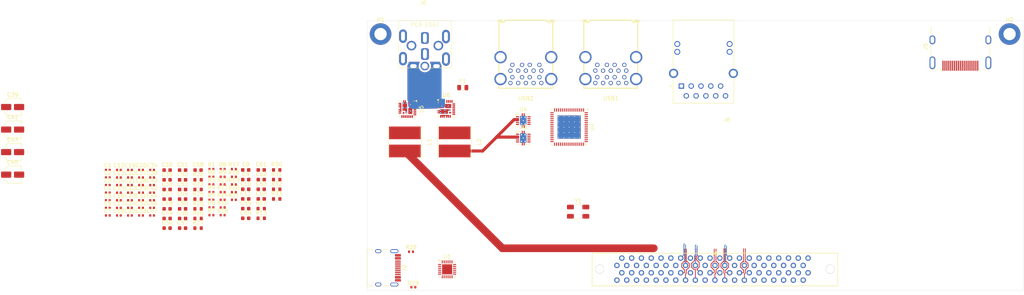
<source format=kicad_pcb>
(kicad_pcb (version 20241229) (generator "pcbnew") (generator_version "9.0")
  (layers (0 "F.Cu" signal) (2 "B.Cu" signal) (13 "F.Paste" user) (15 "B.Paste" user) (5 "F.SilkS" user "F.Silkscreen") (7 "B.SilkS" user "B.Silkscreen") (1 "F.Mask" user) (3 "B.Mask" user) (25 "Edge.Cuts" user))
  (net 0 "")
  (net 1 "Net-(U2-USB_SSTXP_UP)")
  (net 2 "USBUP_3_TX_P")
  (net 3 "USBUP_3_TX_N")
  (net 4 "Net-(U2-USB_SSTXM_UP)")
  (net 5 "5V")
  (net 6 "USB0_3_TX_N")
  (net 7 "USB0_3_TX_P")
  (net 8 "USB1_3_TX_N")
  (net 9 "USB1_3_TX_P")
  (net 10 "USB2_3_TX_N")
  (net 11 "USB2_3_TX_P")
  (net 12 "USB3_3_TX_N")
  (net 13 "USB3_3_TX_P")
  (net 14 "SHIELD0")
  (net 15 "SHIELD1")
  (net 16 "Net-(U2-GRSTz)")
  (net 17 "Net-(C21-Pad2)")
  (net 18 "Net-(C22-Pad2)")
  (net 19 "3V3")
  (net 20 "1V1")
  (net 21 "5V_USB_2")
  (net 22 "5V_USB_3")
  (net 23 "5V_USB_0")
  (net 24 "5V_USB_1")
  (net 25 "Net-(U1-VDD)")
  (net 26 "Net-(U1-VIO)")
  (net 27 "PGOOD")
  (net 28 "Net-(U5-V_{DRV})")
  (net 29 "Net-(C50-Pad2)")
  (net 30 "Net-(C51-Pad2)")
  (net 31 "Net-(C55-Pad2)")
  (net 32 "Net-(U5-BOOT)")
  (net 33 "VBUS_VIN")
  (net 34 "USB_UART_N")
  (net 35 "USB_UART_P")
  (net 36 "CC1")
  (net 37 "CC2")
  (net 38 "LAN_TX_P")
  (net 39 "LAN_BI_DC_P")
  (net 40 "Net-(J6-PadL1)")
  (net 41 "LAN_RX_N")
  (net 42 "LAN_3V3")
  (net 43 "LAN_TX_N")
  (net 44 "LAN_BI_DD_P")
  (net 45 "Net-(J6-PadL3)")
  (net 46 "LAN_RX_P")
  (net 47 "LAN_BI_DD_N")
  (net 48 "LAN_BI_DC_N")
  (net 50 "PW_DC_SIGNAL")
  (net 51 "HDMI_HPD")
  (net 52 "Net-(U2-USB_VBUS)")
  (net 53 "Net-(U2-FULLPWRMGMTz{slash}SMBA1{slash}SS_UP)")
  (net 54 "Net-(U2-GANGED{slash}SMBA2{slash}HS_UP)")
  (net 55 "BATEN0")
  (net 56 "BATEN1")
  (net 57 "BATEN2")
  (net 58 "BATEN3")
  (net 59 "Net-(U2-USB_R1)")
  (net 60 "Net-(U2-TEST)")
  (net 61 "Net-(U2-AUTOENz{slash}HS_SUSPEND)")
  (net 62 "Net-(U4-ILM)")
  (net 63 "Net-(U3-ILM)")
  (net 64 "LAN_LED")
  (net 65 "LED_1000")
  (net 66 "Net-(U5-MODE1)")
  (net 67 "Net-(U5-MODE2)")
  (net 68 "Net-(U5-FB)")
  (net 69 "Net-(U5-P_{GOOD})")
  (net 70 "Net-(U5-PHASE)")
  (net 73 "UART_RX")
  (net 80 "UART_TX")
  (net 88 "USB_UART_5V")
  (net 90 "USB0_N")
  (net 91 "USBUP_N")
  (net 92 "USB0_P")
  (net 93 "USB1_3_RX_P")
  (net 94 "USBUP_P")
  (net 95 "OVERCURRENT3")
  (net 96 "USB3_P")
  (net 97 "USB2_N")
  (net 98 "USB2_P")
  (net 101 "OVERCURRENT2")
  (net 102 "USB0_3_RX_N")
  (net 103 "USB1_P")
  (net 104 "USB3_3_RX_P")
  (net 105 "USBUP_3_RX_N")
  (net 106 "USB3_3_RX_N")
  (net 107 "USB2_3_RX_N")
  (net 108 "XI_24")
  (net 109 "USB0_3_RX_P")
  (net 110 "USB1_N")
  (net 112 "OVERCURRENT1")
  (net 113 "OVERCURRENT0")
  (net 114 "USB3_N")
  (net 115 "USBUP_3_RX_P")
  (net 116 "USB2_3_RX_P")
  (net 118 "USB1_3_RX_N")
  (net 120 "Net-(L1-Pad1)")
  (net 122 "EN")
  (net 125 "Net-(USB1-StdA_SSTX1-)")
  (net 126 "Net-(USB1-StdA_SSTX1+)")
  (net 127 "Net-(USB1-StdA_SSTX2-)")
  (net 128 "Net-(USB1-StdA_SSTX2+)")
  (net 129 "Net-(USB2-StdA_SSTX1-)")
  (net 130 "Net-(USB2-StdA_SSTX1+)")
  (net 131 "Net-(USB2-StdA_SSTX2-)")
  (net 132 "Net-(USB2-StdA_SSTX2+)")
  (net 133 "HDMI_DATA0_N")
  (net 134 "AUDIO_O_L")
  (net 135 "AUDIO_IN_L")
  (net 136 "Net-(J1-Pad12)")
  (net 138 "PWR_SW")
  (net 140 "HDMI_DATA1_N")
  (net 142 "PWR_LED")
  (net 143 "LAN_ACK")
  (net 144 "HDMI_SCL")
  (net 145 "HDMI_SDA")
  (net 146 "HDMI_DATA2_N")
  (net 147 "HDMI_DATA1_P")
  (net 148 "PB_DETECT")
  (net 149 "AUDIO_O_R")
  (net 150 "HDMI_DATA0_R")
  (net 151 "HDMI_CLK_P")
  (net 152 "AUDIO_IN_R")
  (net 153 "HDMI_CLK_N")
  (net 154 "HDMI_DATA2_P")
  (net 161 "Net-(USB1-GND1)")
  (net 162 "Net-(USB2-GND1)")
  (net 163 "20V")
  (net 164 "GND")
  (net 165 "5V_VOUT")
  (net 166 "12V_VOUT")
  (net 167 "Net-(U6-V_{DRV})")
  (net 168 "Net-(C59-Pad2)")
  (net 169 "Net-(C60-Pad2)")
  (net 170 "Net-(U6-BOOT)")
  (net 171 "Net-(C61-Pad2)")
  (net 172 "Net-(L2-Pad1)")
  (net 173 "Net-(U6-P_{GOOD})")
  (net 174 "Net-(U6-MODE1)")
  (net 175 "Net-(U6-MODE2)")
  (net 176 "Net-(U6-PHASE)")
  (net 177 "Net-(U6-FB)")
  (footprint "Capacitor_SMD:C_0603_1608Metric" (layer "F.Cu") (at 89.065 83.31)
    (property "Reference" "C59")
    (property "Value" "4.7uF")
  )
  (footprint "Capacitor_SMD:C_0603_1608Metric" (layer "F.Cu") (at 76.71 73.32)
    (property "Reference" "C58")
    (property "Value" "100nF")
  )
  (footprint "Connector_Video:HDMI_A_Molex_208658-1001_Horizontal" (layer "F.Cu") (at 274.25 42.935 90)
    (property "Reference" "J5")
    (property "Value" "HDMI_A")
  )
  (footprint "Capacitor_SMD:C_0402_1005Metric" (layer "F.Cu") (at 61.93 81.14)
    (property "Reference" "C31")
    (property "Value" "0.1uF")
  )
  (footprint "Capacitor_SMD:C_0402_1005Metric" (layer "F.Cu") (at 64.8 85.08)
    (property "Reference" "C47")
    (property "Value" "100nF")
  )
  (footprint "Capacitor_SMD:C_Elec_4x5.4" (layer "F.Cu") (at 28.66 74.49)
    (property "Reference" "C45")
    (property "Value" "150uF")
  )
  (footprint "Capacitor_SMD:C_0603_1608Metric" (layer "F.Cu") (at 89.065 73.27)
    (property "Reference" "C8")
    (property "Value" "1uF")
  )
  (footprint "Package_SON:VSON-10-1EP_3x3mm_P0.5mm_EP1.65x2.4mm_ThermalVias" (layer "F.Cu") (at 160.975 65)
    (property "Reference" "U3")
    (property "Value" "TPS2561")
  )
  (footprint "Resistor_SMD:R_0603_1608Metric" (layer "F.Cu") (at 76.71 78.34)
    (property "Reference" "R23")
    (property "Value" "499k")
  )
  (footprint "Resistor_SMD:R_0603_1608Metric" (layer "F.Cu") (at 93.075 83.31)
    (property "Reference" "R12")
    (property "Value" "10k")
  )
  (footprint "Inductor_SMD:L_TDK_VLP8040" (layer "F.Cu") (at 143.2 66 -90)
    (property "Reference" "L2")
    (property "Value" "1.5uH")
  )
  (footprint "Resistor_SMD:R_0402_1005Metric" (layer "F.Cu") (at 85.99 81.02)
    (property "Reference" "R21")
    (property "Value" "1.2k")
  )
  (footprint "Capacitor_SMD:C_0603_1608Metric" (layer "F.Cu") (at 68.69 83.36)
    (property "Reference" "C48")
    (property "Value" "4.7uF")
  )
  (footprint "Resistor_SMD:R_0402_1005Metric" (layer "F.Cu") (at 83.08 73.06)
    (property "Reference" "R8")
    (property "Value" "4.7k")
  )
  (footprint "Capacitor_SMD:C_0402_1005Metric" (layer "F.Cu") (at 61.93 79.17)
    (property "Reference" "C29")
    (property "Value" "0.1uF")
  )
  (footprint "Capacitor_SMD:C_0603_1608Metric" (layer "F.Cu") (at 72.7 88.38)
    (property "Reference" "C57")
    (property "Value" "22uF")
  )
  (footprint "Connector_USB:USB_C_Receptacle_HRO_TYPE-C-31-M-12" (layer "F.Cu") (at 124.45 98.68 -90)
    (property "Reference" "J2")
    (property "Value" "USB_DEBUG")
  )
  (footprint "Resistor_SMD:R_0402_1005Metric" (layer "F.Cu") (at 80.17 75.05)
    (property "Reference" "R2")
    (property "Value" "90.9k")
  )
  (footprint "MountingHole:MountingHole_3.2mm_M3_DIN965_Pad" (layer "F.Cu") (at 124 38)
    (property "Reference" "H1")
    (property "Value" "MH_LEFT")
  )
  (footprint "Capacitor_SMD:C_0603_1608Metric" (layer "F.Cu") (at 72.7 85.87)
    (property "Reference" "C56")
    (property "Value" "22uF")
  )
  (footprint "Capacitor_SMD:C_0603_1608Metric" (layer "F.Cu") (at 93.075 80.8)
    (property "Reference" "C64")
    (property "Value" "47uF")
  )
  (footprint "Capacitor_SMD:C_0402_1005Metric" (layer "F.Cu") (at 64.8 73.26)
    (property "Reference" "C34")
    (property "Value" "0.1uF")
  )
  (footprint "Capacitor_SMD:C_0603_1608Metric" (layer "F.Cu") (at 89.065 78.29)
    (property "Reference" "C10")
    (property "Value" "22uF")
  )
  (footprint "Capacitor_SMD:C_0603_1608Metric" (layer "F.Cu") (at 72.7 83.36)
    (property "Reference" "C55")
    (property "Value" "0.1uF")
  )
  (footprint "Capacitor_SMD:C_0402_1005Metric" (layer "F.Cu") (at 61.93 75.23)
    (property "Reference" "C27")
    (property "Value" "0.1uF")
  )
  (footprint "Capacitor_SMD:C_0603_1608Metric" (layer "F.Cu") (at 68.69 75.83)
    (property "Reference" "C35")
    (property "Value" "10uF")
  )
  (footprint "Resistor_SMD:R_0402_1005Metric" (layer "F.Cu") (at 80.17 81.02)
    (property "Reference" "R5")
    (property "Value" "4.7k")
  )
  (footprint "Capacitor_SMD:C_0603_1608Metric" (layer "F.Cu") (at 89.065 75.78)
    (property "Reference" "C9")
    (property "Value" "100nF")
  )
  (footprint "Capacitor_SMD:C_0402_1005Metric" (layer "F.Cu") (at 53.32 73.26)
    (property "Reference" "C1")
    (property "Value" "0.1uF")
  )
  (footprint "Package_DFN_QFN:QFN-24-1EP_4x4mm_P0.5mm_EP2.6x2.6mm" (layer "F.Cu") (at 141.25 99.0625)
    (property "Reference" "U1")
    (property "Value" "CP2102N")
  )
  (footprint "Capacitor_SMD:C_0402_1005Metric" (layer "F.Cu") (at 64.8 77.2)
    (property "Reference" "C40")
    (property "Value" "0.1uF")
  )
  (footprint "Capacitor_SMD:C_0603_1608Metric" (layer "F.Cu") (at 93.075 78.29)
    (property "Reference" "C63")
    (property "Value" "47uF")
  )
  (footprint "Capacitor_SMD:C_0603_1608Metric" (layer "F.Cu") (at 93.075 75.78)
    (property "Reference" "C62")
    (property "Value" "47uF")
  )
  (footprint "Resistor_SMD:R_0402_1005Metric" (layer "F.Cu") (at 132.5 103.7)
    (property "Reference" "R29")
    (property "Value" "5.6k")
  )
  (footprint "Capacitor_SMD:C_0402_1005Metric" (layer "F.Cu") (at 59.06 73.26)
    (property "Reference" "C19")
    (property "Value" "0.1uF")
  )
  (footprint "Capacitor_SMD:C_0603_1608Metric" (layer "F.Cu") (at 89.065 85.82)
    (property "Reference" "C60")
    (property "Value" "0.1uF")
  )
  (footprint "Capacitor_SMD:C_Elec_4x5.4" (layer "F.Cu") (at 28.66 68.64)
    (property "Reference" "C43")
    (property "Value" "150uF")
  )
  (footprint "Resistor_SMD:R_0402_1005Metric" (layer "F.Cu") (at 80.17 73.06)
    (property "Reference" "R1")
    (property "Value" "1k")
  )
  (footprint "Capacitor_SMD:C_0603_1608Metric" (layer "F.Cu") (at 68.69 85.87)
    (property "Reference" "C49")
    (property "Value" "1uF")
  )
  (footprint "Package_DFN_QFN:QFN-64-1EP_9x9mm_P0.5mm_EP6x6mm_ThermalVias" (layer "F.Cu") (at 172.8625 62.15 -90)
    (property "Reference" "U2")
    (property "Value" "TUSB8041")
  )
  (footprint "Resistor_SMD:R_0603_1608Metric" (layer "F.Cu") (at 97.085 78.29)
    (property "Reference" "R32")
    (property "Value" "10k")
  )
  (footprint "Capacitor_SMD:C_0402_1005Metric" (layer "F.Cu") (at 61.93 83.11)
    (property "Reference" "C32")
    (property "Value" "0.1uF")
  )
  (footprint "Resistor_SMD:R_0603_1608Metric" (layer "F.Cu") (at 93.075 85.82)
    (property "Reference" "R13")
    (property "Value" "100k")
  )
  (footprint "Capacitor_SMD:C_0603_1608Metric" (layer "F.Cu") (at 72.7 78.34)
    (property "Reference" "C53")
    (property "Value" "47uF")
  )
  (footprint "Resistor_SMD:R_0402_1005Metric" (layer "F.Cu") (at 80.17 79.03)
    (property "Reference" "R4")
    (property "Value" "4.7k")
  )
  (footprint "Resistor_SMD:R_0603_1608Metric" (layer "F.Cu") (at 76.71 83.36)
    (property "Reference" "R25")
    (property "Value" "10k")
  )
  (footprint "Resistor_SMD:R_0603_1608Metric" (layer "F.Cu") (at 76.71 75.83)
    (property "Reference" "R22")
    (property "Value" "100k")
  )
  (footprint "Capacitor_SMD:C_0402_1005Metric" (layer "F.Cu") (at 64.8 75.23)
    (property "Reference" "C38")
    (property "Value" "0.1uF")
  )
  (footprint "DC-505:DC-505" (layer "F.Cu") (at 134.988713 30.419361)
    (property "Reference" "J8")
    (property "Value" "DC_IN")
  )
  (footprint "Package_DFN_QFN:Vishay_PowerPAK_MLP44-24L_ThermalVias" (layer "F.Cu") (at 141.0375 57.425)
    (property "Reference" "U6")
    (property "Value" "SIC437A")
  )
  (footprint "Resistor_SMD:R_0603_1608Metric" (layer "F.Cu") (at 97.085 75.78)
    (property "Reference" "R31")
    (property "Value" "2.2r")
  )
  (footprint "Capacitor_SMD:C_0402_1005Metric" (layer "F.Cu") (at 53.32 75.23)
    (property "Reference" "C2")
    (property "Value" "0.1uF")
  )
  (footprint "Resistor_SMD:R_0402_1005Metric" (layer "F.Cu") (at 83.08 85)
    (property "Reference" "R16")
    (property "Value" "4.7k")
  )
  (footprint "Capacitor_SMD:C_0402_1005Metric" (layer "F.Cu") (at 59.06 83.11)
    (property "Reference" "C24")
    (property "Value" "0.1uF")
  )
  (footprint "Capacitor_SMD:C_0402_1005Metric" (layer "F.Cu") (at 59.06 79.17)
    (property "Reference" "C22")
    (property "Value" "1uF")
  )
  (footprint "Resistor_SMD:R_0603_1608Metric" (layer "F.Cu") (at 97.085 73.27)
    (property "Reference" "R30")
    (property "Value" "499k")
  )
  (footprint "Capacitor_SMD:C_0603_1608Metric" (layer "F.Cu") (at 68.69 78.34)
    (property "Reference" "C36")
    (property "Value" "10uF")
  )
  (footprint "Resistor_SMD:R_0603_1608Metric" (layer "F.Cu") (at 76.71 88.38)
    (property "Reference" "R27")
    (property "Value" "2.2r")
  )
  (footprint "Capacitor_SMD:C_0603_1608Metric" (layer "F.Cu") (at 68.69 80.85)
    (property "Reference" "C37")
    (property "Value" "10uF")
  )
  (footprint "Capacitor_SMD:C_0402_1005Metric" (layer "F.Cu") (at 56.19 81.14)
    (property "Reference" "C16")
    (property "Value" "0.1uF")
  )
  (footprint "Capacitor_SMD:C_0603_1608Metric" (layer "F.Cu") (at 93.075 73.27)
    (property "Reference" "C61")
    (property "Value" "47uF")
  )
  (footprint "Capacitor_SMD:C_0402_1005Metric" (layer "F.Cu") (at 56.19 75.23)
    (property "Reference" "C13")
    (property "Value" "0.1uF")
  )
  (footprint "Crystal:Crystal_SMD_Abracon_ABM3B-4Pin_5.0x3.2mm" (layer "F.Cu") (at 175.2 84.1)
    (property "Reference" "Y1")
    (property "Value" "24MHz")
  )
  (footprint "Capacitor_SMD:C_0402_1005Metric" (layer "F.Cu") (at 56.19 77.2)
    (property "Reference" "C14")
    (property "Value" "1000pF")
  )
  (footprint "XUNPU-USB-303WSD-BRY:USB-A-TH_XUNPU_USB-303WSD-BRY" (layer "F.Cu") (at 183.66 47.35 180)
    (property "Reference" "USB1")
    (property "Value" "USB-303WSD-BRY")
  )
  (footprint "Inductor_SMD:L_TDK_VLP8040" (layer "F.Cu") (at 130.3 66 -90)
    (property "Reference" "L1")
    (property "Value" "1.5uH")
  )
  (footprint "Capacitor_SMD:C_0402_1005Metric" (layer "F.Cu") (at 59.06 75.23)
    (property "Reference" "C20")
    (property "Value" "1uF")
  )
  (footprint "Resistor_SMD:R_0603_1608Metric" (layer "F.Cu") (at 76.71 80.85)
    (property "Reference" "R24")
    (property "Value" "?")
  )
  (footprint "Capacitor_SMD:C_0402_1005Metric" (layer "F.Cu") (at 61.93 73.26)
    (property "Reference" "C26")
    (property "Value" "0.1uF")
  )
  (footprint "Capacitor_SMD:C_0402_1005Metric" (layer "F.Cu") (at 53.32 81.14)
    (property "Reference" "C5")
    (property "Value" "0.1uF")
  )
  (footprint "Capacitor_SMD:C_0402_1005Metric" (layer "F.Cu") (at 59.06 81.14)
    (property "Reference" "C23")
    (property "Value" "0.1uF")
  )
  (footprint "Resistor_SMD:R_0402_1005Metric" (layer "F.Cu") (at 85.99 73.06)
    (property "Reference" "R17")
    (property "Value" "1M")
  )
  (footprint "Capacitor_SMD:C_0402_1005Metric" (layer "F.Cu") (at 53.32 77.2)
    (property "Reference" "C3")
    (property "Value" "0.1uF")
  )
  (footprint "Resistor_SMD:R_0402_1005Metric" (layer "F.Cu") (at 80.17 85)
    (property "Reference" "R7")
    (property "Value" "4.7k")
  )
  (footprint "Capacitor_SMD:C_0603_1608Metric" (layer "F.Cu") (at 68.69 88.38)
    (property "Reference" "C50")
    (property "Value" "4.7uF")
  )
  (footprint "TX24_80R_10ST_H1E:CON80_2X40_MU_TX24_JAE" (layer "F.Cu") (at 210.655 95.0122)
    (property "Reference" "J1")
    (property "Value" "TX24-80R")
  )
  (footprint "Capacitor_SMD:C_0402_1005Metric" (layer "F.Cu") (at 64.8 79.17)
    (property "Reference" "C42")
    (property "Value" "0.1uF")
  )
  (footprint "Capacitor_SMD:C_0402_1005Metric" (layer "F.Cu") (at 64.8 81.14)
    (property "Reference" "C44")
    (property "Value" "0.1uF")
  )
  (footprint "Resistor_SMD:R_0402_1005Metric" (layer "F.Cu") (at 83.08 77.04)
    (property "Reference" "R10")
    (property "Value" "1M")
  )
  (footprint "RJMG201K21120FR:AMPHENOL_RJMG201K21120FR" (layer "F.Cu") (at 207.675 45.15 180)
    (property "Reference" "J6")
    (property "Value" "RJMG201K21120FR")
  )
  (footprint "Resistor_SMD:R_0402_1005Metric" (layer "F.Cu") (at 83.08 81.02)
    (property "Reference" "R14")
    (property "Value" "9.53k")
  )
  (footprint "Capacitor_SMD:C_0402_1005Metric" (layer "F.Cu") (at 59.06 77.2)
    (property "Reference" "C21")
    (property "Value" "1uF")
  )
  (footprint "Resistor_SMD:R_0402_1005Metric" (layer "F.Cu") (at 85.99 75.05)
    (property "Reference" "R18")
    (property "Value" "4.7k")
  )
  (footprint "Capacitor_SMD:C_0603_1608Metric" (layer "F.Cu") (at 72.7 80.85)
    (property "Reference" "C54")
    (property "Value" "47uF")
  )
  (footprint "Capacitor_SMD:C_0603_1608Metric" (layer "F.Cu") (at 68.69 73.32)
    (property "Reference" "C30")
    (property "Value" "10uF")
  )
  (footprint "Capacitor_SMD:C_0603_1608Metric" (layer "F.Cu") (at 72.7 75.83)
    (property "Reference" "C52")
    (property "Value" "47uF")
  )
  (footprint "Capacitor_SMD:C_Elec_4x5.4" (layer "F.Cu") (at 28.66 62.79)
    (property "Reference" "C41")
    (property "Value" "150uF")
  )
  (footprint "Capacitor_SMD:C_0402_1005Metric" (layer "F.Cu") (at 53.32 79.17)
    (property "Reference" "C4")
    (property "Value" "0.1uF")
  )
  (footprint "Resistor_SMD:R_0402_1005Metric" (layer "F.Cu") (at 80.17 77.04)
    (property "Reference" "R3")
    (property "Value" "10k")
  )
  (footprint "Capacitor_SMD:C_0402_1005Metric" (layer "F.Cu") (at 56.19 73.26)
    (property "Reference" "C12")
    (property "Value" "1000pF")
  )
  (footprint "Capacitor_SMD:C_0402_1005Metric" (layer "F.Cu") (at 56.19 83.11)
    (property "Reference" "C17")
    (property "Value" "0.1uF")
  )
  (footprint "Package_SON:VSON-10-1EP_3x3mm_P0.5mm_EP1.65x2.4mm_ThermalVias" (layer "F.Cu") (at 160.98 60.45)
    (property "Reference" "U4")
    (property "Value" "TPS2561")
  )
  (footprint "Resistor_SMD:R_0402_1005Metric" (layer "F.Cu") (at 85.99 79.03)
    (property "Reference" "R20")
    (property "Value" "1.2k")
  )
  (footprint "Capacitor_SMD:C_0603_1608Metric" (layer "F.Cu") (at 72.7 73.32)
    (property "Reference" "C51")
    (property "Value" "47uF")
  )
  (footprint "Resistor_SMD:R_0402_1005Metric" (layer "F.Cu") (at 85.99 77.04)
    (property "Reference" "R19")
    (property "Value" "4.7k")
  )
  (footprint "Capacitor_SMD:C_0402_1005Metric" (layer "F.Cu") (at 61.93 77.2)
    (property "Reference" "C28")
    (property "Value" "0.1uF")
  )
  (footprint "Capacitor_SMD:C_0402_1005Metric" (layer "F.Cu") (at 53.32 83.11)
    (property "Reference" "C6")
    (property "Value" "0.1uF")
  )
  (footprint "Resistor_SMD:R_0402_1005Metric" (layer "F.Cu") (at 83.08 75.05)
    (property "Reference" "R9")
    (property "Value" "4.7k")
  )
  (footprint "Capacitor_SMD:C_0402_1005Metric" (layer "F.Cu") (at 56.19 85.08)
    (property "Reference" "C18")
    (property "Value" "0.1uF")
  )
  (footprint "Capacitor_SMD:C_0402_1005Metric" (layer "F.Cu") (at 53.32 85.08)
    (property "Reference" "C7")
    (property "Value" "0.1uF")
  )
  (footprint "Capacitor_SMD:C_0402_1005Metric" (layer "F.Cu") (at 59.06 85.08)
    (property "Reference" "C25")
    (property "Value" "0.1uF")
  )
  (footprint "Resistor_SMD:R_0402_1005Metric" (layer "F.Cu") (at 80.17 83.01)
    (property "Reference" "R6")
    (property "Value" "4.7k")
  )
  (footprint "Resistor_SMD:R_0402_1005Metric" (layer "F.Cu") (at 131.89 94.5)
    (property "Reference" "R28")
    (property "Value" "5.6k")
  )
  (footprint "Resistor_SMD:R_0603_1608Metric" (layer "F.Cu") (at 76.71 85.87)
    (property "Reference" "R26")
    (property "Value" "10k")
  )
  (footprint "Package_DFN_QFN:Vishay_PowerPAK_MLP44-24L_ThermalVias" (layer "F.Cu") (at 130.9625 57.475 -90)
    (property "Reference" "U5")
    (property "Value" "SIC437A")
  )
  (footprint "Resistor_SMD:R_0603_1608Metric" (layer "F.Cu") (at 97.085 80.8)
    (property "Reference" "R33")
    (property "Value" "?")
  )
  (footprint "XUNPU-USB-303WSD-BRY:USB-A-TH_XUNPU_USB-303WSD-BRY" (layer "F.Cu") (at 161.66 47.35 180)
    (property "Reference" "USB2")
    (property "Value" "USB-303WSD-BRY")
  )
  (footprint "Capacitor_SMD:C_0402_1005Metric" (layer "F.Cu") (at 64.8 83.11)
    (property "Reference" "C46")
    (property "Value" "100nF")
  )
  (footprint "Resistor_SMD:R_0402_1005Metric" (layer "F.Cu") (at 83.08 79.03)
    (property "Reference" "R11")
    (property "Value" "1M")
  )
  (footprint "Capacitor_SMD:C_0402_1005Metric" (layer "F.Cu") (at 56.19 79.17)
    (property "Reference" "C15")
    (property "Value" "0.1uF")
  )
  (footprint "MountingHole:MountingHole_3.2mm_M3_DIN965_Pad" (layer "F.Cu") (at 287 38)
    (property "Reference" "H2")
    (property "Value" "MH_RIGHT")
  )
  (footprint "Capacitor_SMD:C_0402_1005Metric" (layer "F.Cu") (at 61.93 85.08)
    (property "Reference" "C33")
    (property "Value" "0.1uF")
  )
  (footprint "Resistor_SMD:R_0402_1005Metric" (layer "F.Cu") (at 83.08 83.01)
    (property "Reference" "R15")
    (property "Value" "4.7k")
  )
  (footprint "Capacitor_SMD:C_Elec_4x5.4" (layer "F.Cu") (at 28.66 56.94)
    (property "Reference" "C39")
    (property "Value" "150uF")
  )
  (footprint "Fuse:Fuse_0805_2012Metric" (layer "F.Cu") (at 145.3 51.9)
    (property "Reference" "F1")
    (property "Value" "Fuse")
  )
  (footprint "Capacitor_SMD:C_0603_1608Metric" (layer "F.Cu") (at 89.065 80.8)
    (property "Reference" "C11")
    (property "Value" "22uF")
  )
  (gr_rect (start 120.5 34.5) (end 290.5 104.5) (stroke (width 0.05)) (fill no) (layer "Edge.Cuts"))
  (segment (start 212.1955 97.646193) (end 212.780993 97.0607) (width 0.2) (layer "F.Cu") (net 2))
  (segment (start 212.975 97.0607) (end 212.975 93.7) (width 0.2) (layer "F.Cu") (net 2))
  (segment (start 213.195 101.8702) (end 213.195 100.283399) (width 0.2) (layer "F.Cu") (net 2))
  (segment (start 212.975 99.253707) (end 212.1955 98.474207) (width 0.2) (layer "F.Cu") (net 2))
  (segment (start 212.975 100.063399) (end 212.975 99.253707) (width 0.2) (layer "F.Cu") (net 2))
  (segment (start 212.780993 97.0607) (end 212.975 97.0607) (width 0.2) (layer "F.Cu") (net 2))
  (segment (start 212.1955 98.474207) (end 212.1955 97.646193) (width 0.2) (layer "F.Cu") (net 2))
  (segment (start 213.195 100.283399) (end 212.975 100.063399) (width 0.2) (layer "F.Cu") (net 2))
  (segment (start 214.1945 97.646193) (end 213.609007 97.0607) (width 0.2) (layer "F.Cu") (net 3))
  (segment (start 213.425 99.877001) (end 213.425 99.243707) (width 0.2) (layer "F.Cu") (net 3))
  (segment (start 213.609007 97.0607) (end 213.425 97.0607) (width 0.2) (layer "F.Cu") (net 3))
  (segment (start 214.465 99.9652) (end 213.513199 99.9652) (width 0.2) (layer "F.Cu") (net 3))
  (segment (start 213.425 97.0607) (end 213.425 93.7) (width 0.2) (layer "F.Cu") (net 3))
  (segment (start 213.513199 99.9652) (end 213.425 99.877001) (width 0.2) (layer "F.Cu") (net 3))
  (segment (start 213.425 99.243707) (end 214.1945 98.474207) (width 0.2) (layer "F.Cu") (net 3))
  (segment (start 214.1945 98.474207) (end 214.1945 97.646193) (width 0.2) (layer "F.Cu") (net 3))
  (segment (start 203.449007 97.0607) (end 203.225 97.0607) (width 0.2) (layer "F.Cu") (net 91))
  (segment (start 203.035 100.283399) (end 203.225 100.093399) (width 0.2) (layer "F.Cu") (net 91))
  (segment (start 203.225 99.283707) (end 204.0345 98.474207) (width 0.2) (layer "F.Cu") (net 91))
  (segment (start 203.035 101.8702) (end 203.035 100.283399) (width 0.2) (layer "F.Cu") (net 91))
  (segment (start 203.225 97.0607) (end 203.225 93.8) (width 0.2) (layer "F.Cu") (net 91))
  (segment (start 204.0345 98.474207) (end 204.0345 97.646193) (width 0.2) (layer "F.Cu") (net 91))
  (segment (start 203.225 100.093399) (end 203.225 99.283707) (width 0.2) (layer "F.Cu") (net 91))
  (segment (start 204.0345 97.646193) (end 203.449007 97.0607) (width 0.2) (layer "F.Cu") (net 91))
  (segment (start 201.765 99.9652) (end 202.716801 99.9652) (width 0.2) (layer "F.Cu") (net 94))
  (segment (start 202.716801 99.9652) (end 202.775 99.907001) (width 0.2) (layer "F.Cu") (net 94))
  (segment (start 202.775 99.907001) (end 202.775 99.213707) (width 0.2) (layer "F.Cu") (net 94))
  (segment (start 202.0355 98.474207) (end 202.0355 97.646193) (width 0.2) (layer "F.Cu") (net 94))
  (segment (start 202.775 99.213707) (end 202.0355 98.474207) (width 0.2) (layer "F.Cu") (net 94))
  (segment (start 202.620993 97.0607) (end 202.775 97.0607) (width 0.2) (layer "F.Cu") (net 94))
  (segment (start 202.775 97.0607) (end 202.775 93.8) (width 0.2) (layer "F.Cu") (net 94))
  (segment (start 202.0355 97.646193) (end 202.620993 97.0607) (width 0.2) (layer "F.Cu") (net 94))
  (segment (start 211.069007 97.0607) (end 210.925 97.0607) (width 0.2) (layer "F.Cu") (net 97))
  (segment (start 210.925 100.013399) (end 210.925 99.203707) (width 0.2) (layer "F.Cu") (net 97))
  (segment (start 210.655 101.8702) (end 210.655 100.283399) (width 0.2) (layer "F.Cu") (net 97))
  (segment (start 211.6545 98.474207) (end 211.6545 97.646193) (width 0.2) (layer "F.Cu") (net 97))
  (segment (start 210.925 97.0607) (end 210.925 93.8) (width 0.2) (layer "F.Cu") (net 97))
  (segment (start 210.655 100.283399) (end 210.925 100.013399) (width 0.2) (layer "F.Cu") (net 97))
  (segment (start 210.925 99.203707) (end 211.6545 98.474207) (width 0.2) (layer "F.Cu") (net 97))
  (segment (start 211.6545 97.646193) (end 211.069007 97.0607) (width 0.2) (layer "F.Cu") (net 97))
  (segment (start 209.6555 98.474207) (end 209.6555 97.646193) (width 0.2) (layer "F.Cu") (net 98))
  (segment (start 210.240993 97.0607) (end 210.475 97.0607) (width 0.2) (layer "F.Cu") (net 98))
  (segment (start 210.475 99.293707) (end 209.6555 98.474207) (width 0.2) (layer "F.Cu") (net 98))
  (segment (start 210.475 97.0607) (end 210.475 93.8) (width 0.2) (layer "F.Cu") (net 98))
  (segment (start 209.6555 97.646193) (end 210.240993 97.0607) (width 0.2) (layer "F.Cu") (net 98))
  (segment (start 210.475 99.827001) (end 210.475 99.293707) (width 0.2) (layer "F.Cu") (net 98))
  (segment (start 209.385 99.9652) (end 210.336801 99.9652) (width 0.2) (layer "F.Cu") (net 98))
  (segment (start 210.336801 99.9652) (end 210.475 99.827001) (width 0.2) (layer "F.Cu") (net 98))
  (segment (start 204.5755 98.474207) (end 204.5755 97.575615) (width 0.2) (layer "F.Cu") (net 103))
  (segment (start 205.575 99.0597) (end 205.160993 99.0597) (width 0.2) (layer "F.Cu") (net 103))
  (segment (start 205.575 101.8702) (end 205.575 99.0597) (width 0.2) (layer "F.Cu") (net 103))
  (segment (start 205.160993 99.0597) (end 204.5755 98.474207) (width 0.2) (layer "F.Cu") (net 103))
  (segment (start 205.575 95.375325) (end 205.575 93.7) (width 0.2) (layer "F.Cu") (net 103))
  (segment (start 204.5755 97.575615) (end 205.39552 96.755595) (width 0.2) (layer "F.Cu") (net 103))
  (segment (start 205.39552 95.554805) (end 205.575 95.375325) (width 0.2) (layer "F.Cu") (net 103))
  (segment (start 205.39552 96.755595) (end 205.39552 95.554805) (width 0.2) (layer "F.Cu") (net 103))
  (segment (start 218.525 99.223707) (end 219.2745 98.474207) (width 0.2) (layer "F.Cu") (net 105))
  (segment (start 218.275 101.8702) (end 218.275 100.283399) (width 0.2) (layer "F.Cu") (net 105))
  (segment (start 219.2745 97.646193) (end 218.689007 97.0607) (width 0.2) (layer "F.Cu") (net 105))
  (segment (start 218.525 100.033399) (end 218.525 99.223707) (width 0.2) (layer "F.Cu") (net 105))
  (segment (start 218.275 100.283399) (end 218.525 100.033399) (width 0.2) (layer "F.Cu") (net 105))
  (segment (start 219.2745 98.474207) (end 219.2745 97.646193) (width 0.2) (layer "F.Cu") (net 105))
  (segment (start 218.525 97.0607) (end 218.525 93.7) (width 0.2) (layer "F.Cu") (net 105))
  (segment (start 218.689007 97.0607) (end 218.525 97.0607) (width 0.2) (layer "F.Cu") (net 105))
  (segment (start 206.025 99.1452) (end 206.025 99.023707) (width 0.2) (layer "F.Cu") (net 110))
  (segment (start 205.8455 96.569207) (end 205.8455 95.741193) (width 0.2) (layer "F.Cu") (net 110))
  (segment (start 206.5745 98.474207) (end 206.5745 97.298207) (width 0.2) (layer "F.Cu") (net 110))
  (segment (start 205.8455 95.741193) (end 206.025 95.561693) (width 0.2) (layer "F.Cu") (net 110))
  (segment (start 206.5745 97.298207) (end 205.8455 96.569207) (width 0.2) (layer "F.Cu") (net 110))
  (segment (start 206.845 99.9652) (end 206.025 99.1452) (width 0.2) (layer "F.Cu") (net 110))
  (segment (start 206.025 95.561693) (end 206.025 93.7) (width 0.2) (layer "F.Cu") (net 110))
  (segment (start 206.025 99.023707) (end 206.5745 98.474207) (width 0.2) (layer "F.Cu") (net 110))
  (segment (start 218.075 99.847001) (end 218.075 99.273707) (width 0.2) (layer "F.Cu") (net 115))
  (segment (start 217.2755 97.646193) (end 217.860993 97.0607) (width 0.2) (layer "F.Cu") (net 115))
  (segment (start 218.075 97.0607) (end 218.075 93.7) (width 0.2) (layer "F.Cu") (net 115))
  (segment (start 218.075 99.273707) (end 217.2755 98.474207) (width 0.2) (layer "F.Cu") (net 115))
  (segment (start 217.005 99.9652) (end 217.956801 99.9652) (width 0.2) (layer "F.Cu") (net 115))
  (segment (start 217.860993 97.0607) (end 218.075 97.0607) (width 0.2) (layer "F.Cu") (net 115))
  (segment (start 217.956801 99.9652) (end 218.075 99.847001) (width 0.2) (layer "F.Cu") (net 115))
  (segment (start 217.2755 98.474207) (end 217.2755 97.646193) (width 0.2) (layer "F.Cu") (net 115))
  (segment (start 206.025001 95.335201) (end 206.025001 93.093197) (width 0.2) (layer "B.Cu") (net 140))
  (segment (start 206.845 96.1552) (end 206.025001 95.335201) (width 0.2) (layer "B.Cu") (net 140))
  (segment (start 206.025001 93.093197) (end 206.059099 93.059099) (width 0.2) (layer "B.Cu") (net 140))
  (segment (start 203.035 92.783198) (end 203.059099 92.759099) (width 0.2) (layer "B.Cu") (net 146))
  (segment (start 203.035 98.0602) (end 203.035 92.783198) (width 0.2) (layer "B.Cu") (net 146))
  (segment (start 205.575 92.906802) (end 205.740901 92.740901) (width 0.2) (layer "B.Cu") (net 147))
  (segment (start 205.575 98.0602) (end 205.575 92.906802) (width 0.2) (layer "B.Cu") (net 147))
  (segment (start 213.195 92.886802) (end 213.340901 92.740901) (width 0.2) (layer "B.Cu") (net 151))
  (segment (start 213.195 98.0602) (end 213.195 92.886802) (width 0.2) (layer "B.Cu") (net 151))
  (segment (start 213.645001 95.335201) (end 213.645001 93.073197) (width 0.2) (layer "B.Cu") (net 153))
  (segment (start 214.465 96.1552) (end 213.645001 95.335201) (width 0.2) (layer "B.Cu") (net 153))
  (segment (start 213.645001 93.073197) (end 213.659099 93.059099) (width 0.2) (layer "B.Cu") (net 153))
  (segment (start 201.765 96.1552) (end 202.584999 95.335201) (width 0.2) (layer "B.Cu") (net 154))
  (segment (start 202.584999 95.335201) (end 202.584999 92.596803) (width 0.2) (layer "B.Cu") (net 154))
  (segment (start 202.584999 92.596803) (end 202.740901 92.440901) (width 0.2) (layer "B.Cu") (net 154))
  (segment (start 132.509709 47.709709) (end 134 49.2) (width 1.6) (layer "F.Cu") (net 163))
  (segment (start 134 49.2) (end 135.5 49.2) (width 1.6) (layer "F.Cu") (net 163))
  (segment (start 138.487686 47.712314) (end 138.487686 46.317696) (width 1.6) (layer "F.Cu") (net 163))
  (segment (start 138.2875 56.675) (end 139.8625 56.675) (width 1) (layer "F.Cu") (net 163))
  (segment (start 135.5 51.7) (end 131.7125 55.4875) (width 1) (layer "F.Cu") (net 163))
  (segment (start 135.5 49.2) (end 135.5 53.8875) (width 1) (layer "F.Cu") (net 163))
  (segment (start 137 49.2) (end 138.487686 47.712314) (width 1.6) (layer "F.Cu") (net 163))
  (segment (start 131.7125 55.4875) (end 131.7125 56.3) (width 1) (layer "F.Cu") (net 163))
  (segment (start 135.5 49.2) (end 137 49.2) (width 1.6) (layer "F.Cu") (net 163))
  (segment (start 132.509709 46.308504) (end 132.509709 47.709709) (width 1.6) (layer "F.Cu") (net 163))
  (segment (start 135.5 49.2) (end 135.5 51.7) (width 1) (layer "F.Cu") (net 163))
  (segment (start 135.5 53.8875) (end 138.2875 56.675) (width 1) (layer "F.Cu") (net 163))
  (segment (start 140.4625 56.075) (end 139.8625 56.675) (width 0.1) (layer "F.Cu") (net 163))
  (segment (start 140.4625 55.4875) (end 140.4625 56.075) (width 0.1) (layer "F.Cu") (net 163))
  (segment (start 154.341 64.741) (end 159.5 64.741) (width 0.8) (layer "F.Cu") (net 165))
  (segment (start 154.2 64.6) (end 154.341 64.741) (width 0.8) (layer "F.Cu") (net 165))
  (segment (start 154.2 64.6) (end 158.591 60.209) (width 0.8) (layer "F.Cu") (net 165))
  (segment (start 154.2 64.6) (end 150.45 68.35) (width 0.8) (layer "F.Cu") (net 165))
  (segment (start 150.45 68.35) (end 143.2 68.35) (width 0.8) (layer "F.Cu") (net 165))
  (segment (start 158.591 60.209) (end 159.505 60.209) (width 0.8) (layer "F.Cu") (net 165))
  (segment (start 130.3 68.35) (end 155.55 93.6) (width 2) (layer "F.Cu") (net 166))
  (segment (start 155.55 93.6) (end 194.8 93.6) (width 2) (layer "F.Cu") (net 166))
  (zone (net 163) (net_name "20V") (layers "F.Cu" "B.Cu") (connect_pads yes (clearance 0.5)) (min_thickness 0.25) (fill yes (thermal_gap 0.5) (thermal_bridge_width 0.5))
    (polygon (pts (xy 131 45.2) (xy 131 45.2) (xy 139.8 45.2) (xy 139.8 54.8) (xy 140.7 54.8) (xy 140.7 57.264769) (xy 130.9625 57.475) (xy 130.9625 45.2)))
  )
)
</source>
